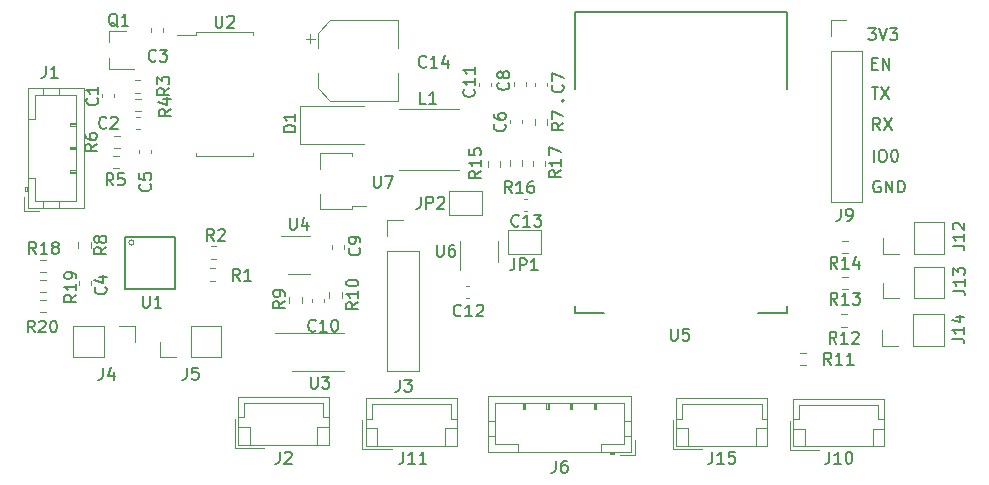
<source format=gbr>
%TF.GenerationSoftware,KiCad,Pcbnew,5.1.7-a382d34a8~87~ubuntu18.04.1*%
%TF.CreationDate,2021-06-03T09:48:45+05:30*%
%TF.ProjectId,Single_scale_v3_kicad,53696e67-6c65-45f7-9363-616c655f7633,rev?*%
%TF.SameCoordinates,Original*%
%TF.FileFunction,Legend,Top*%
%TF.FilePolarity,Positive*%
%FSLAX46Y46*%
G04 Gerber Fmt 4.6, Leading zero omitted, Abs format (unit mm)*
G04 Created by KiCad (PCBNEW 5.1.7-a382d34a8~87~ubuntu18.04.1) date 2021-06-03 09:48:45*
%MOMM*%
%LPD*%
G01*
G04 APERTURE LIST*
%ADD10C,0.150000*%
%ADD11C,0.120000*%
%ADD12C,0.127000*%
%ADD13C,0.100000*%
%ADD14C,0.200000*%
G04 APERTURE END LIST*
D10*
X152838095Y-78900000D02*
X152742857Y-78852380D01*
X152600000Y-78852380D01*
X152457142Y-78900000D01*
X152361904Y-78995238D01*
X152314285Y-79090476D01*
X152266666Y-79280952D01*
X152266666Y-79423809D01*
X152314285Y-79614285D01*
X152361904Y-79709523D01*
X152457142Y-79804761D01*
X152600000Y-79852380D01*
X152695238Y-79852380D01*
X152838095Y-79804761D01*
X152885714Y-79757142D01*
X152885714Y-79423809D01*
X152695238Y-79423809D01*
X153314285Y-79852380D02*
X153314285Y-78852380D01*
X153885714Y-79852380D01*
X153885714Y-78852380D01*
X154361904Y-79852380D02*
X154361904Y-78852380D01*
X154600000Y-78852380D01*
X154742857Y-78900000D01*
X154838095Y-78995238D01*
X154885714Y-79090476D01*
X154933333Y-79280952D01*
X154933333Y-79423809D01*
X154885714Y-79614285D01*
X154838095Y-79709523D01*
X154742857Y-79804761D01*
X154600000Y-79852380D01*
X154361904Y-79852380D01*
X152300000Y-77252380D02*
X152300000Y-76252380D01*
X152966666Y-76252380D02*
X153157142Y-76252380D01*
X153252380Y-76300000D01*
X153347619Y-76395238D01*
X153395238Y-76585714D01*
X153395238Y-76919047D01*
X153347619Y-77109523D01*
X153252380Y-77204761D01*
X153157142Y-77252380D01*
X152966666Y-77252380D01*
X152871428Y-77204761D01*
X152776190Y-77109523D01*
X152728571Y-76919047D01*
X152728571Y-76585714D01*
X152776190Y-76395238D01*
X152871428Y-76300000D01*
X152966666Y-76252380D01*
X154014285Y-76252380D02*
X154109523Y-76252380D01*
X154204761Y-76300000D01*
X154252380Y-76347619D01*
X154300000Y-76442857D01*
X154347619Y-76633333D01*
X154347619Y-76871428D01*
X154300000Y-77061904D01*
X154252380Y-77157142D01*
X154204761Y-77204761D01*
X154109523Y-77252380D01*
X154014285Y-77252380D01*
X153919047Y-77204761D01*
X153871428Y-77157142D01*
X153823809Y-77061904D01*
X153776190Y-76871428D01*
X153776190Y-76633333D01*
X153823809Y-76442857D01*
X153871428Y-76347619D01*
X153919047Y-76300000D01*
X154014285Y-76252380D01*
X152833333Y-74552380D02*
X152500000Y-74076190D01*
X152261904Y-74552380D02*
X152261904Y-73552380D01*
X152642857Y-73552380D01*
X152738095Y-73600000D01*
X152785714Y-73647619D01*
X152833333Y-73742857D01*
X152833333Y-73885714D01*
X152785714Y-73980952D01*
X152738095Y-74028571D01*
X152642857Y-74076190D01*
X152261904Y-74076190D01*
X153166666Y-73552380D02*
X153833333Y-74552380D01*
X153833333Y-73552380D02*
X153166666Y-74552380D01*
X152138095Y-70952380D02*
X152709523Y-70952380D01*
X152423809Y-71952380D02*
X152423809Y-70952380D01*
X152947619Y-70952380D02*
X153614285Y-71952380D01*
X153614285Y-70952380D02*
X152947619Y-71952380D01*
X152161904Y-68928571D02*
X152495238Y-68928571D01*
X152638095Y-69452380D02*
X152161904Y-69452380D01*
X152161904Y-68452380D01*
X152638095Y-68452380D01*
X153066666Y-69452380D02*
X153066666Y-68452380D01*
X153638095Y-69452380D01*
X153638095Y-68452380D01*
X151861904Y-65952380D02*
X152480952Y-65952380D01*
X152147619Y-66333333D01*
X152290476Y-66333333D01*
X152385714Y-66380952D01*
X152433333Y-66428571D01*
X152480952Y-66523809D01*
X152480952Y-66761904D01*
X152433333Y-66857142D01*
X152385714Y-66904761D01*
X152290476Y-66952380D01*
X152004761Y-66952380D01*
X151909523Y-66904761D01*
X151861904Y-66857142D01*
X152766666Y-65952380D02*
X153100000Y-66952380D01*
X153433333Y-65952380D01*
X153671428Y-65952380D02*
X154290476Y-65952380D01*
X153957142Y-66333333D01*
X154100000Y-66333333D01*
X154195238Y-66380952D01*
X154242857Y-66428571D01*
X154290476Y-66523809D01*
X154290476Y-66761904D01*
X154242857Y-66857142D01*
X154195238Y-66904761D01*
X154100000Y-66952380D01*
X153814285Y-66952380D01*
X153719047Y-66904761D01*
X153671428Y-66857142D01*
D11*
%TO.C,J15*%
X135290000Y-101610000D02*
X137790000Y-101610000D01*
X135290000Y-99110000D02*
X135290000Y-101610000D01*
X142310000Y-99810000D02*
X142310000Y-101310000D01*
X143310000Y-99810000D02*
X142310000Y-99810000D01*
X136590000Y-99810000D02*
X136590000Y-101310000D01*
X135590000Y-99810000D02*
X136590000Y-99810000D01*
X142810000Y-99000000D02*
X143310000Y-99000000D01*
X142810000Y-97790000D02*
X142810000Y-99000000D01*
X136090000Y-97790000D02*
X142810000Y-97790000D01*
X136090000Y-99000000D02*
X136090000Y-97790000D01*
X135590000Y-99000000D02*
X136090000Y-99000000D01*
X143310000Y-97290000D02*
X135590000Y-97290000D01*
X143310000Y-101310000D02*
X143310000Y-97290000D01*
X135590000Y-101310000D02*
X143310000Y-101310000D01*
X135590000Y-97290000D02*
X135590000Y-101310000D01*
%TO.C,J11*%
X108990000Y-101610000D02*
X111490000Y-101610000D01*
X108990000Y-99110000D02*
X108990000Y-101610000D01*
X116010000Y-99810000D02*
X116010000Y-101310000D01*
X117010000Y-99810000D02*
X116010000Y-99810000D01*
X110290000Y-99810000D02*
X110290000Y-101310000D01*
X109290000Y-99810000D02*
X110290000Y-99810000D01*
X116510000Y-99000000D02*
X117010000Y-99000000D01*
X116510000Y-97790000D02*
X116510000Y-99000000D01*
X109790000Y-97790000D02*
X116510000Y-97790000D01*
X109790000Y-99000000D02*
X109790000Y-97790000D01*
X109290000Y-99000000D02*
X109790000Y-99000000D01*
X117010000Y-97290000D02*
X109290000Y-97290000D01*
X117010000Y-101310000D02*
X117010000Y-97290000D01*
X109290000Y-101310000D02*
X117010000Y-101310000D01*
X109290000Y-97290000D02*
X109290000Y-101310000D01*
%TO.C,J10*%
X145190000Y-101670000D02*
X147690000Y-101670000D01*
X145190000Y-99170000D02*
X145190000Y-101670000D01*
X152210000Y-99870000D02*
X152210000Y-101370000D01*
X153210000Y-99870000D02*
X152210000Y-99870000D01*
X146490000Y-99870000D02*
X146490000Y-101370000D01*
X145490000Y-99870000D02*
X146490000Y-99870000D01*
X152710000Y-99060000D02*
X153210000Y-99060000D01*
X152710000Y-97850000D02*
X152710000Y-99060000D01*
X145990000Y-97850000D02*
X152710000Y-97850000D01*
X145990000Y-99060000D02*
X145990000Y-97850000D01*
X145490000Y-99060000D02*
X145990000Y-99060000D01*
X153210000Y-97350000D02*
X145490000Y-97350000D01*
X153210000Y-101370000D02*
X153210000Y-97350000D01*
X145490000Y-101370000D02*
X153210000Y-101370000D01*
X145490000Y-97350000D02*
X145490000Y-101370000D01*
%TO.C,J6*%
X132060000Y-102110000D02*
X132060000Y-100860000D01*
X130810000Y-102110000D02*
X132060000Y-102110000D01*
X122700000Y-97700000D02*
X122700000Y-98200000D01*
X122600000Y-98200000D02*
X122600000Y-97700000D01*
X122800000Y-98200000D02*
X122600000Y-98200000D01*
X122800000Y-97700000D02*
X122800000Y-98200000D01*
X124700000Y-97700000D02*
X124700000Y-98200000D01*
X124600000Y-98200000D02*
X124600000Y-97700000D01*
X124800000Y-98200000D02*
X124600000Y-98200000D01*
X124800000Y-97700000D02*
X124800000Y-98200000D01*
X126700000Y-97700000D02*
X126700000Y-98200000D01*
X126600000Y-98200000D02*
X126600000Y-97700000D01*
X126800000Y-98200000D02*
X126600000Y-98200000D01*
X126800000Y-97700000D02*
X126800000Y-98200000D01*
X128700000Y-97700000D02*
X128700000Y-98200000D01*
X128600000Y-98200000D02*
X128600000Y-97700000D01*
X128800000Y-98200000D02*
X128600000Y-98200000D01*
X128800000Y-97700000D02*
X128800000Y-98200000D01*
X119640000Y-99200000D02*
X120250000Y-99200000D01*
X119640000Y-100500000D02*
X120250000Y-100500000D01*
X131760000Y-99200000D02*
X131150000Y-99200000D01*
X131760000Y-100500000D02*
X131150000Y-100500000D01*
X122200000Y-101200000D02*
X122200000Y-101810000D01*
X120250000Y-101200000D02*
X122200000Y-101200000D01*
X120250000Y-97700000D02*
X120250000Y-101200000D01*
X131150000Y-97700000D02*
X120250000Y-97700000D01*
X131150000Y-101200000D02*
X131150000Y-97700000D01*
X129200000Y-101200000D02*
X131150000Y-101200000D01*
X129200000Y-101810000D02*
X129200000Y-101200000D01*
X130000000Y-101910000D02*
X130300000Y-101910000D01*
X130300000Y-102010000D02*
X130300000Y-101810000D01*
X130000000Y-102010000D02*
X130300000Y-102010000D01*
X130000000Y-101810000D02*
X130000000Y-102010000D01*
X119640000Y-101810000D02*
X131760000Y-101810000D01*
X119640000Y-97090000D02*
X119640000Y-101810000D01*
X131760000Y-97090000D02*
X119640000Y-97090000D01*
X131760000Y-101810000D02*
X131760000Y-97090000D01*
%TO.C,J2*%
X98190000Y-101510000D02*
X100690000Y-101510000D01*
X98190000Y-99010000D02*
X98190000Y-101510000D01*
X105210000Y-99710000D02*
X105210000Y-101210000D01*
X106210000Y-99710000D02*
X105210000Y-99710000D01*
X99490000Y-99710000D02*
X99490000Y-101210000D01*
X98490000Y-99710000D02*
X99490000Y-99710000D01*
X105710000Y-98900000D02*
X106210000Y-98900000D01*
X105710000Y-97690000D02*
X105710000Y-98900000D01*
X98990000Y-97690000D02*
X105710000Y-97690000D01*
X98990000Y-98900000D02*
X98990000Y-97690000D01*
X98490000Y-98900000D02*
X98990000Y-98900000D01*
X106210000Y-97190000D02*
X98490000Y-97190000D01*
X106210000Y-101210000D02*
X106210000Y-97190000D01*
X98490000Y-101210000D02*
X106210000Y-101210000D01*
X98490000Y-97190000D02*
X98490000Y-101210000D01*
%TO.C,J1*%
X80390000Y-81460000D02*
X81640000Y-81460000D01*
X80390000Y-80210000D02*
X80390000Y-81460000D01*
X84800000Y-74100000D02*
X84300000Y-74100000D01*
X84300000Y-74000000D02*
X84800000Y-74000000D01*
X84300000Y-74200000D02*
X84300000Y-74000000D01*
X84800000Y-74200000D02*
X84300000Y-74200000D01*
X84800000Y-76100000D02*
X84300000Y-76100000D01*
X84300000Y-76000000D02*
X84800000Y-76000000D01*
X84300000Y-76200000D02*
X84300000Y-76000000D01*
X84800000Y-76200000D02*
X84300000Y-76200000D01*
X84800000Y-78100000D02*
X84300000Y-78100000D01*
X84300000Y-78000000D02*
X84800000Y-78000000D01*
X84300000Y-78200000D02*
X84300000Y-78000000D01*
X84800000Y-78200000D02*
X84300000Y-78200000D01*
X83300000Y-71040000D02*
X83300000Y-71650000D01*
X82000000Y-71040000D02*
X82000000Y-71650000D01*
X83300000Y-81160000D02*
X83300000Y-80550000D01*
X82000000Y-81160000D02*
X82000000Y-80550000D01*
X81300000Y-73600000D02*
X80690000Y-73600000D01*
X81300000Y-71650000D02*
X81300000Y-73600000D01*
X84800000Y-71650000D02*
X81300000Y-71650000D01*
X84800000Y-80550000D02*
X84800000Y-71650000D01*
X81300000Y-80550000D02*
X84800000Y-80550000D01*
X81300000Y-78600000D02*
X81300000Y-80550000D01*
X80690000Y-78600000D02*
X81300000Y-78600000D01*
X80590000Y-79400000D02*
X80590000Y-79700000D01*
X80490000Y-79700000D02*
X80690000Y-79700000D01*
X80490000Y-79400000D02*
X80490000Y-79700000D01*
X80690000Y-79400000D02*
X80490000Y-79400000D01*
X80690000Y-71040000D02*
X80690000Y-81160000D01*
X85410000Y-71040000D02*
X80690000Y-71040000D01*
X85410000Y-81160000D02*
X85410000Y-71040000D01*
X80690000Y-81160000D02*
X85410000Y-81160000D01*
%TO.C,C1*%
X86990000Y-71509420D02*
X86990000Y-71790580D01*
X88010000Y-71509420D02*
X88010000Y-71790580D01*
%TO.C,C2*%
X89884420Y-73490000D02*
X90165580Y-73490000D01*
X89884420Y-74510000D02*
X90165580Y-74510000D01*
%TO.C,C3*%
X91090000Y-66240580D02*
X91090000Y-65959420D01*
X92110000Y-66240580D02*
X92110000Y-65959420D01*
%TO.C,C4*%
X84990000Y-87665580D02*
X84990000Y-87384420D01*
X86010000Y-87665580D02*
X86010000Y-87384420D01*
%TO.C,C5*%
X90140000Y-76259420D02*
X90140000Y-76540580D01*
X91160000Y-76259420D02*
X91160000Y-76540580D01*
%TO.C,C6*%
X121540000Y-73965580D02*
X121540000Y-73684420D01*
X122560000Y-73965580D02*
X122560000Y-73684420D01*
%TO.C,C7*%
X124660000Y-70840580D02*
X124660000Y-70559420D01*
X123640000Y-70840580D02*
X123640000Y-70559420D01*
%TO.C,C8*%
X121840000Y-70815580D02*
X121840000Y-70534420D01*
X122860000Y-70815580D02*
X122860000Y-70534420D01*
%TO.C,C9*%
X106440000Y-84615580D02*
X106440000Y-84334420D01*
X107460000Y-84615580D02*
X107460000Y-84334420D01*
%TO.C,C10*%
X104740000Y-88884420D02*
X104740000Y-89165580D01*
X105760000Y-88884420D02*
X105760000Y-89165580D01*
%TO.C,C11*%
X119910000Y-70865580D02*
X119910000Y-70584420D01*
X118890000Y-70865580D02*
X118890000Y-70584420D01*
%TO.C,C12*%
X117784420Y-88810000D02*
X118065580Y-88810000D01*
X117784420Y-87790000D02*
X118065580Y-87790000D01*
%TO.C,C13*%
X122684420Y-80440000D02*
X122965580Y-80440000D01*
X122684420Y-81460000D02*
X122965580Y-81460000D01*
%TO.C,C14*%
X112060000Y-72110000D02*
X112060000Y-69760000D01*
X112060000Y-65290000D02*
X112060000Y-67640000D01*
X106304437Y-65290000D02*
X112060000Y-65290000D01*
X106304437Y-72110000D02*
X112060000Y-72110000D01*
X105240000Y-71045563D02*
X105240000Y-69760000D01*
X105240000Y-66354437D02*
X105240000Y-67640000D01*
X105240000Y-66354437D02*
X106304437Y-65290000D01*
X105240000Y-71045563D02*
X106304437Y-72110000D01*
X104212500Y-66852500D02*
X105000000Y-66852500D01*
X104606250Y-66458750D02*
X104606250Y-67246250D01*
%TO.C,J3*%
X111120000Y-95010000D02*
X113780000Y-95010000D01*
X111120000Y-84790000D02*
X111120000Y-95010000D01*
X113780000Y-84790000D02*
X113780000Y-95010000D01*
X111120000Y-84790000D02*
X113780000Y-84790000D01*
X111120000Y-83520000D02*
X111120000Y-82190000D01*
X111120000Y-82190000D02*
X112450000Y-82190000D01*
%TO.C,J4*%
X84530000Y-91170000D02*
X84530000Y-93830000D01*
X87130000Y-91170000D02*
X84530000Y-91170000D01*
X87130000Y-93830000D02*
X84530000Y-93830000D01*
X87130000Y-91170000D02*
X87130000Y-93830000D01*
X88400000Y-91170000D02*
X89730000Y-91170000D01*
X89730000Y-91170000D02*
X89730000Y-92500000D01*
%TO.C,J5*%
X97070000Y-93830000D02*
X97070000Y-91170000D01*
X94470000Y-93830000D02*
X97070000Y-93830000D01*
X94470000Y-91170000D02*
X97070000Y-91170000D01*
X94470000Y-93830000D02*
X94470000Y-91170000D01*
X93200000Y-93830000D02*
X91870000Y-93830000D01*
X91870000Y-93830000D02*
X91870000Y-92500000D01*
%TO.C,J9*%
X148670000Y-80630000D02*
X151330000Y-80630000D01*
X148670000Y-67870000D02*
X148670000Y-80630000D01*
X151330000Y-67870000D02*
X151330000Y-80630000D01*
X148670000Y-67870000D02*
X151330000Y-67870000D01*
X148670000Y-66600000D02*
X148670000Y-65270000D01*
X148670000Y-65270000D02*
X150000000Y-65270000D01*
%TO.C,J12*%
X153102000Y-85030000D02*
X153102000Y-83700000D01*
X154432000Y-85030000D02*
X153102000Y-85030000D01*
X155702000Y-85030000D02*
X155702000Y-82370000D01*
X155702000Y-82370000D02*
X158302000Y-82370000D01*
X155702000Y-85030000D02*
X158302000Y-85030000D01*
X158302000Y-85030000D02*
X158302000Y-82370000D01*
%TO.C,J13*%
X158302000Y-88830000D02*
X158302000Y-86170000D01*
X155702000Y-88830000D02*
X158302000Y-88830000D01*
X155702000Y-86170000D02*
X158302000Y-86170000D01*
X155702000Y-88830000D02*
X155702000Y-86170000D01*
X154432000Y-88830000D02*
X153102000Y-88830000D01*
X153102000Y-88830000D02*
X153102000Y-87500000D01*
%TO.C,J14*%
X153030000Y-92830000D02*
X153030000Y-91500000D01*
X154360000Y-92830000D02*
X153030000Y-92830000D01*
X155630000Y-92830000D02*
X155630000Y-90170000D01*
X155630000Y-90170000D02*
X158230000Y-90170000D01*
X155630000Y-92830000D02*
X158230000Y-92830000D01*
X158230000Y-92830000D02*
X158230000Y-90170000D01*
%TO.C,JP1*%
X121350000Y-85050000D02*
X121350000Y-83050000D01*
X124150000Y-85050000D02*
X121350000Y-85050000D01*
X124150000Y-83050000D02*
X124150000Y-85050000D01*
X121350000Y-83050000D02*
X124150000Y-83050000D01*
%TO.C,JP2*%
X116350000Y-81750000D02*
X116350000Y-79750000D01*
X119150000Y-81750000D02*
X116350000Y-81750000D01*
X119150000Y-79750000D02*
X119150000Y-81750000D01*
X116350000Y-79750000D02*
X119150000Y-79750000D01*
%TO.C,R1*%
X96562258Y-87322500D02*
X96087742Y-87322500D01*
X96562258Y-86277500D02*
X96087742Y-86277500D01*
%TO.C,R2*%
X96187742Y-84427500D02*
X96662258Y-84427500D01*
X96187742Y-85472500D02*
X96662258Y-85472500D01*
%TO.C,R3*%
X89737742Y-70377500D02*
X90212258Y-70377500D01*
X89737742Y-71422500D02*
X90212258Y-71422500D01*
%TO.C,R4*%
X90262258Y-71927500D02*
X89787742Y-71927500D01*
X90262258Y-72972500D02*
X89787742Y-72972500D01*
%TO.C,R5*%
X87937742Y-76777500D02*
X88412258Y-76777500D01*
X87937742Y-77822500D02*
X88412258Y-77822500D01*
%TO.C,R6*%
X87987742Y-76122500D02*
X88462258Y-76122500D01*
X87987742Y-75077500D02*
X88462258Y-75077500D01*
%TO.C,R7*%
X124672500Y-73637742D02*
X124672500Y-74112258D01*
X123627500Y-73637742D02*
X123627500Y-74112258D01*
%TO.C,R8*%
X86022500Y-84562258D02*
X86022500Y-84087742D01*
X84977500Y-84562258D02*
X84977500Y-84087742D01*
%TO.C,R9*%
X103872500Y-89212258D02*
X103872500Y-88737742D01*
X102827500Y-89212258D02*
X102827500Y-88737742D01*
%TO.C,R10*%
X107272500Y-88312742D02*
X107272500Y-88787258D01*
X106227500Y-88312742D02*
X106227500Y-88787258D01*
%TO.C,R11*%
X146537258Y-93427500D02*
X146062742Y-93427500D01*
X146537258Y-94472500D02*
X146062742Y-94472500D01*
%TO.C,R12*%
X149562742Y-91222500D02*
X150037258Y-91222500D01*
X149562742Y-90177500D02*
X150037258Y-90177500D01*
%TO.C,R13*%
X149637742Y-88022500D02*
X150112258Y-88022500D01*
X149637742Y-86977500D02*
X150112258Y-86977500D01*
%TO.C,R14*%
X149637742Y-85022500D02*
X150112258Y-85022500D01*
X149637742Y-83977500D02*
X150112258Y-83977500D01*
%TO.C,R15*%
X119627500Y-77687258D02*
X119627500Y-77212742D01*
X120672500Y-77687258D02*
X120672500Y-77212742D01*
%TO.C,R16*%
X121527500Y-77137742D02*
X121527500Y-77612258D01*
X122572500Y-77137742D02*
X122572500Y-77612258D01*
%TO.C,R17*%
X124472500Y-77187742D02*
X124472500Y-77662258D01*
X123427500Y-77187742D02*
X123427500Y-77662258D01*
%TO.C,R18*%
X82212258Y-86622500D02*
X81737742Y-86622500D01*
X82212258Y-85577500D02*
X81737742Y-85577500D01*
%TO.C,R19*%
X81762742Y-88322500D02*
X82237258Y-88322500D01*
X81762742Y-87277500D02*
X82237258Y-87277500D01*
%TO.C,R20*%
X81737742Y-88977500D02*
X82212258Y-88977500D01*
X81737742Y-90022500D02*
X82212258Y-90022500D01*
D12*
%TO.C,U1*%
X88950000Y-83600000D02*
X88950000Y-88000000D01*
X88950000Y-88000000D02*
X93150000Y-88000000D01*
X93150000Y-88000000D02*
X93150000Y-83600000D01*
X93150000Y-83600000D02*
X88950000Y-83600000D01*
D13*
X89673606Y-84100000D02*
G75*
G03*
X89673606Y-84100000I-223606J0D01*
G01*
D11*
%TO.C,U2*%
X97350000Y-76810000D02*
X99735000Y-76810000D01*
X99735000Y-76810000D02*
X99735000Y-76555000D01*
X97350000Y-76810000D02*
X94965000Y-76810000D01*
X94965000Y-76810000D02*
X94965000Y-76555000D01*
X97350000Y-66290000D02*
X99735000Y-66290000D01*
X99735000Y-66290000D02*
X99735000Y-66545000D01*
X97350000Y-66290000D02*
X94965000Y-66290000D01*
X94965000Y-66290000D02*
X94965000Y-66545000D01*
X94965000Y-66545000D02*
X93300000Y-66545000D01*
%TO.C,U3*%
X105250000Y-94960000D02*
X107450000Y-94960000D01*
X105250000Y-94960000D02*
X103050000Y-94960000D01*
X105250000Y-91740000D02*
X107450000Y-91740000D01*
X105250000Y-91740000D02*
X101650000Y-91740000D01*
%TO.C,U4*%
X102750000Y-86760000D02*
X104550000Y-86760000D01*
X104550000Y-83540000D02*
X102100000Y-83540000D01*
%TO.C,U6*%
X120460000Y-85750000D02*
X120460000Y-83950000D01*
X117240000Y-83950000D02*
X117240000Y-86400000D01*
%TO.C,U7*%
X105440000Y-77850000D02*
X105440000Y-76540000D01*
X105440000Y-76540000D02*
X108160000Y-76540000D01*
X109300000Y-81030000D02*
X108160000Y-81030000D01*
X105440000Y-81260000D02*
X105440000Y-79950000D01*
X108160000Y-81260000D02*
X105440000Y-81260000D01*
X108160000Y-81260000D02*
X108160000Y-81030000D01*
X108160000Y-76540000D02*
X108160000Y-76770000D01*
D12*
%TO.C,U5*%
X145000000Y-64600000D02*
X145000000Y-71100000D01*
X127000000Y-64600000D02*
X145000000Y-64600000D01*
X127000000Y-71100000D02*
X127000000Y-64600000D01*
X145000000Y-90100000D02*
X145000000Y-89450000D01*
X142550000Y-90100000D02*
X145000000Y-90100000D01*
X127000000Y-90100000D02*
X129450000Y-90100000D01*
X127000000Y-89450000D02*
X127000000Y-90100000D01*
D14*
X126100000Y-72100000D02*
G75*
G03*
X126100000Y-72100000I-100000J0D01*
G01*
D11*
%TO.C,Q1*%
X87540000Y-66220000D02*
X89000000Y-66220000D01*
X87540000Y-69380000D02*
X89700000Y-69380000D01*
X87540000Y-69380000D02*
X87540000Y-68450000D01*
X87540000Y-66220000D02*
X87540000Y-67150000D01*
%TO.C,D1*%
X103750000Y-72500000D02*
X103750000Y-75800000D01*
X103750000Y-75800000D02*
X109150000Y-75800000D01*
X103750000Y-72500000D02*
X109150000Y-72500000D01*
%TO.C,L1*%
X117200000Y-78000000D02*
X112100000Y-78000000D01*
X117200000Y-72800000D02*
X112100000Y-72800000D01*
%TO.C,J15*%
D10*
X138636476Y-101814380D02*
X138636476Y-102528666D01*
X138588857Y-102671523D01*
X138493619Y-102766761D01*
X138350761Y-102814380D01*
X138255523Y-102814380D01*
X139636476Y-102814380D02*
X139065047Y-102814380D01*
X139350761Y-102814380D02*
X139350761Y-101814380D01*
X139255523Y-101957238D01*
X139160285Y-102052476D01*
X139065047Y-102100095D01*
X140541238Y-101814380D02*
X140065047Y-101814380D01*
X140017428Y-102290571D01*
X140065047Y-102242952D01*
X140160285Y-102195333D01*
X140398380Y-102195333D01*
X140493619Y-102242952D01*
X140541238Y-102290571D01*
X140588857Y-102385809D01*
X140588857Y-102623904D01*
X140541238Y-102719142D01*
X140493619Y-102766761D01*
X140398380Y-102814380D01*
X140160285Y-102814380D01*
X140065047Y-102766761D01*
X140017428Y-102719142D01*
%TO.C,J11*%
X112474476Y-101814380D02*
X112474476Y-102528666D01*
X112426857Y-102671523D01*
X112331619Y-102766761D01*
X112188761Y-102814380D01*
X112093523Y-102814380D01*
X113474476Y-102814380D02*
X112903047Y-102814380D01*
X113188761Y-102814380D02*
X113188761Y-101814380D01*
X113093523Y-101957238D01*
X112998285Y-102052476D01*
X112903047Y-102100095D01*
X114426857Y-102814380D02*
X113855428Y-102814380D01*
X114141142Y-102814380D02*
X114141142Y-101814380D01*
X114045904Y-101957238D01*
X113950666Y-102052476D01*
X113855428Y-102100095D01*
%TO.C,J10*%
X148542476Y-101820380D02*
X148542476Y-102534666D01*
X148494857Y-102677523D01*
X148399619Y-102772761D01*
X148256761Y-102820380D01*
X148161523Y-102820380D01*
X149542476Y-102820380D02*
X148971047Y-102820380D01*
X149256761Y-102820380D02*
X149256761Y-101820380D01*
X149161523Y-101963238D01*
X149066285Y-102058476D01*
X148971047Y-102106095D01*
X150161523Y-101820380D02*
X150256761Y-101820380D01*
X150352000Y-101868000D01*
X150399619Y-101915619D01*
X150447238Y-102010857D01*
X150494857Y-102201333D01*
X150494857Y-102439428D01*
X150447238Y-102629904D01*
X150399619Y-102725142D01*
X150352000Y-102772761D01*
X150256761Y-102820380D01*
X150161523Y-102820380D01*
X150066285Y-102772761D01*
X150018666Y-102725142D01*
X149971047Y-102629904D01*
X149923428Y-102439428D01*
X149923428Y-102201333D01*
X149971047Y-102010857D01*
X150018666Y-101915619D01*
X150066285Y-101868000D01*
X150161523Y-101820380D01*
%TO.C,J6*%
X125396666Y-102576380D02*
X125396666Y-103290666D01*
X125349047Y-103433523D01*
X125253809Y-103528761D01*
X125110952Y-103576380D01*
X125015714Y-103576380D01*
X126301428Y-102576380D02*
X126110952Y-102576380D01*
X126015714Y-102624000D01*
X125968095Y-102671619D01*
X125872857Y-102814476D01*
X125825238Y-103004952D01*
X125825238Y-103385904D01*
X125872857Y-103481142D01*
X125920476Y-103528761D01*
X126015714Y-103576380D01*
X126206190Y-103576380D01*
X126301428Y-103528761D01*
X126349047Y-103481142D01*
X126396666Y-103385904D01*
X126396666Y-103147809D01*
X126349047Y-103052571D01*
X126301428Y-103004952D01*
X126206190Y-102957333D01*
X126015714Y-102957333D01*
X125920476Y-103004952D01*
X125872857Y-103052571D01*
X125825238Y-103147809D01*
%TO.C,J2*%
X102028666Y-101814380D02*
X102028666Y-102528666D01*
X101981047Y-102671523D01*
X101885809Y-102766761D01*
X101742952Y-102814380D01*
X101647714Y-102814380D01*
X102457238Y-101909619D02*
X102504857Y-101862000D01*
X102600095Y-101814380D01*
X102838190Y-101814380D01*
X102933428Y-101862000D01*
X102981047Y-101909619D01*
X103028666Y-102004857D01*
X103028666Y-102100095D01*
X102981047Y-102242952D01*
X102409619Y-102814380D01*
X103028666Y-102814380D01*
%TO.C,J1*%
X82216666Y-69152380D02*
X82216666Y-69866666D01*
X82169047Y-70009523D01*
X82073809Y-70104761D01*
X81930952Y-70152380D01*
X81835714Y-70152380D01*
X83216666Y-70152380D02*
X82645238Y-70152380D01*
X82930952Y-70152380D02*
X82930952Y-69152380D01*
X82835714Y-69295238D01*
X82740476Y-69390476D01*
X82645238Y-69438095D01*
%TO.C,C1*%
X86557142Y-71866666D02*
X86604761Y-71914285D01*
X86652380Y-72057142D01*
X86652380Y-72152380D01*
X86604761Y-72295238D01*
X86509523Y-72390476D01*
X86414285Y-72438095D01*
X86223809Y-72485714D01*
X86080952Y-72485714D01*
X85890476Y-72438095D01*
X85795238Y-72390476D01*
X85700000Y-72295238D01*
X85652380Y-72152380D01*
X85652380Y-72057142D01*
X85700000Y-71914285D01*
X85747619Y-71866666D01*
X86652380Y-70914285D02*
X86652380Y-71485714D01*
X86652380Y-71200000D02*
X85652380Y-71200000D01*
X85795238Y-71295238D01*
X85890476Y-71390476D01*
X85938095Y-71485714D01*
%TO.C,C2*%
X87333333Y-74357142D02*
X87285714Y-74404761D01*
X87142857Y-74452380D01*
X87047619Y-74452380D01*
X86904761Y-74404761D01*
X86809523Y-74309523D01*
X86761904Y-74214285D01*
X86714285Y-74023809D01*
X86714285Y-73880952D01*
X86761904Y-73690476D01*
X86809523Y-73595238D01*
X86904761Y-73500000D01*
X87047619Y-73452380D01*
X87142857Y-73452380D01*
X87285714Y-73500000D01*
X87333333Y-73547619D01*
X87714285Y-73547619D02*
X87761904Y-73500000D01*
X87857142Y-73452380D01*
X88095238Y-73452380D01*
X88190476Y-73500000D01*
X88238095Y-73547619D01*
X88285714Y-73642857D01*
X88285714Y-73738095D01*
X88238095Y-73880952D01*
X87666666Y-74452380D01*
X88285714Y-74452380D01*
%TO.C,C3*%
X91527333Y-68683142D02*
X91479714Y-68730761D01*
X91336857Y-68778380D01*
X91241619Y-68778380D01*
X91098761Y-68730761D01*
X91003523Y-68635523D01*
X90955904Y-68540285D01*
X90908285Y-68349809D01*
X90908285Y-68206952D01*
X90955904Y-68016476D01*
X91003523Y-67921238D01*
X91098761Y-67826000D01*
X91241619Y-67778380D01*
X91336857Y-67778380D01*
X91479714Y-67826000D01*
X91527333Y-67873619D01*
X91860666Y-67778380D02*
X92479714Y-67778380D01*
X92146380Y-68159333D01*
X92289238Y-68159333D01*
X92384476Y-68206952D01*
X92432095Y-68254571D01*
X92479714Y-68349809D01*
X92479714Y-68587904D01*
X92432095Y-68683142D01*
X92384476Y-68730761D01*
X92289238Y-68778380D01*
X92003523Y-68778380D01*
X91908285Y-68730761D01*
X91860666Y-68683142D01*
%TO.C,C4*%
X87257142Y-87866666D02*
X87304761Y-87914285D01*
X87352380Y-88057142D01*
X87352380Y-88152380D01*
X87304761Y-88295238D01*
X87209523Y-88390476D01*
X87114285Y-88438095D01*
X86923809Y-88485714D01*
X86780952Y-88485714D01*
X86590476Y-88438095D01*
X86495238Y-88390476D01*
X86400000Y-88295238D01*
X86352380Y-88152380D01*
X86352380Y-88057142D01*
X86400000Y-87914285D01*
X86447619Y-87866666D01*
X86685714Y-87009523D02*
X87352380Y-87009523D01*
X86304761Y-87247619D02*
X87019047Y-87485714D01*
X87019047Y-86866666D01*
%TO.C,C5*%
X91035142Y-79160666D02*
X91082761Y-79208285D01*
X91130380Y-79351142D01*
X91130380Y-79446380D01*
X91082761Y-79589238D01*
X90987523Y-79684476D01*
X90892285Y-79732095D01*
X90701809Y-79779714D01*
X90558952Y-79779714D01*
X90368476Y-79732095D01*
X90273238Y-79684476D01*
X90178000Y-79589238D01*
X90130380Y-79446380D01*
X90130380Y-79351142D01*
X90178000Y-79208285D01*
X90225619Y-79160666D01*
X90130380Y-78255904D02*
X90130380Y-78732095D01*
X90606571Y-78779714D01*
X90558952Y-78732095D01*
X90511333Y-78636857D01*
X90511333Y-78398761D01*
X90558952Y-78303523D01*
X90606571Y-78255904D01*
X90701809Y-78208285D01*
X90939904Y-78208285D01*
X91035142Y-78255904D01*
X91082761Y-78303523D01*
X91130380Y-78398761D01*
X91130380Y-78636857D01*
X91082761Y-78732095D01*
X91035142Y-78779714D01*
%TO.C,C6*%
X121057142Y-74066666D02*
X121104761Y-74114285D01*
X121152380Y-74257142D01*
X121152380Y-74352380D01*
X121104761Y-74495238D01*
X121009523Y-74590476D01*
X120914285Y-74638095D01*
X120723809Y-74685714D01*
X120580952Y-74685714D01*
X120390476Y-74638095D01*
X120295238Y-74590476D01*
X120200000Y-74495238D01*
X120152380Y-74352380D01*
X120152380Y-74257142D01*
X120200000Y-74114285D01*
X120247619Y-74066666D01*
X120152380Y-73209523D02*
X120152380Y-73400000D01*
X120200000Y-73495238D01*
X120247619Y-73542857D01*
X120390476Y-73638095D01*
X120580952Y-73685714D01*
X120961904Y-73685714D01*
X121057142Y-73638095D01*
X121104761Y-73590476D01*
X121152380Y-73495238D01*
X121152380Y-73304761D01*
X121104761Y-73209523D01*
X121057142Y-73161904D01*
X120961904Y-73114285D01*
X120723809Y-73114285D01*
X120628571Y-73161904D01*
X120580952Y-73209523D01*
X120533333Y-73304761D01*
X120533333Y-73495238D01*
X120580952Y-73590476D01*
X120628571Y-73638095D01*
X120723809Y-73685714D01*
%TO.C,C7*%
X125957142Y-70766666D02*
X126004761Y-70814285D01*
X126052380Y-70957142D01*
X126052380Y-71052380D01*
X126004761Y-71195238D01*
X125909523Y-71290476D01*
X125814285Y-71338095D01*
X125623809Y-71385714D01*
X125480952Y-71385714D01*
X125290476Y-71338095D01*
X125195238Y-71290476D01*
X125100000Y-71195238D01*
X125052380Y-71052380D01*
X125052380Y-70957142D01*
X125100000Y-70814285D01*
X125147619Y-70766666D01*
X125052380Y-70433333D02*
X125052380Y-69766666D01*
X126052380Y-70195238D01*
%TO.C,C8*%
X121357142Y-70566666D02*
X121404761Y-70614285D01*
X121452380Y-70757142D01*
X121452380Y-70852380D01*
X121404761Y-70995238D01*
X121309523Y-71090476D01*
X121214285Y-71138095D01*
X121023809Y-71185714D01*
X120880952Y-71185714D01*
X120690476Y-71138095D01*
X120595238Y-71090476D01*
X120500000Y-70995238D01*
X120452380Y-70852380D01*
X120452380Y-70757142D01*
X120500000Y-70614285D01*
X120547619Y-70566666D01*
X120880952Y-69995238D02*
X120833333Y-70090476D01*
X120785714Y-70138095D01*
X120690476Y-70185714D01*
X120642857Y-70185714D01*
X120547619Y-70138095D01*
X120500000Y-70090476D01*
X120452380Y-69995238D01*
X120452380Y-69804761D01*
X120500000Y-69709523D01*
X120547619Y-69661904D01*
X120642857Y-69614285D01*
X120690476Y-69614285D01*
X120785714Y-69661904D01*
X120833333Y-69709523D01*
X120880952Y-69804761D01*
X120880952Y-69995238D01*
X120928571Y-70090476D01*
X120976190Y-70138095D01*
X121071428Y-70185714D01*
X121261904Y-70185714D01*
X121357142Y-70138095D01*
X121404761Y-70090476D01*
X121452380Y-69995238D01*
X121452380Y-69804761D01*
X121404761Y-69709523D01*
X121357142Y-69661904D01*
X121261904Y-69614285D01*
X121071428Y-69614285D01*
X120976190Y-69661904D01*
X120928571Y-69709523D01*
X120880952Y-69804761D01*
%TO.C,C9*%
X108757142Y-84566666D02*
X108804761Y-84614285D01*
X108852380Y-84757142D01*
X108852380Y-84852380D01*
X108804761Y-84995238D01*
X108709523Y-85090476D01*
X108614285Y-85138095D01*
X108423809Y-85185714D01*
X108280952Y-85185714D01*
X108090476Y-85138095D01*
X107995238Y-85090476D01*
X107900000Y-84995238D01*
X107852380Y-84852380D01*
X107852380Y-84757142D01*
X107900000Y-84614285D01*
X107947619Y-84566666D01*
X108852380Y-84090476D02*
X108852380Y-83900000D01*
X108804761Y-83804761D01*
X108757142Y-83757142D01*
X108614285Y-83661904D01*
X108423809Y-83614285D01*
X108042857Y-83614285D01*
X107947619Y-83661904D01*
X107900000Y-83709523D01*
X107852380Y-83804761D01*
X107852380Y-83995238D01*
X107900000Y-84090476D01*
X107947619Y-84138095D01*
X108042857Y-84185714D01*
X108280952Y-84185714D01*
X108376190Y-84138095D01*
X108423809Y-84090476D01*
X108471428Y-83995238D01*
X108471428Y-83804761D01*
X108423809Y-83709523D01*
X108376190Y-83661904D01*
X108280952Y-83614285D01*
%TO.C,C10*%
X105057142Y-91543142D02*
X105009523Y-91590761D01*
X104866666Y-91638380D01*
X104771428Y-91638380D01*
X104628571Y-91590761D01*
X104533333Y-91495523D01*
X104485714Y-91400285D01*
X104438095Y-91209809D01*
X104438095Y-91066952D01*
X104485714Y-90876476D01*
X104533333Y-90781238D01*
X104628571Y-90686000D01*
X104771428Y-90638380D01*
X104866666Y-90638380D01*
X105009523Y-90686000D01*
X105057142Y-90733619D01*
X106009523Y-91638380D02*
X105438095Y-91638380D01*
X105723809Y-91638380D02*
X105723809Y-90638380D01*
X105628571Y-90781238D01*
X105533333Y-90876476D01*
X105438095Y-90924095D01*
X106628571Y-90638380D02*
X106723809Y-90638380D01*
X106819047Y-90686000D01*
X106866666Y-90733619D01*
X106914285Y-90828857D01*
X106961904Y-91019333D01*
X106961904Y-91257428D01*
X106914285Y-91447904D01*
X106866666Y-91543142D01*
X106819047Y-91590761D01*
X106723809Y-91638380D01*
X106628571Y-91638380D01*
X106533333Y-91590761D01*
X106485714Y-91543142D01*
X106438095Y-91447904D01*
X106390476Y-91257428D01*
X106390476Y-91019333D01*
X106438095Y-90828857D01*
X106485714Y-90733619D01*
X106533333Y-90686000D01*
X106628571Y-90638380D01*
%TO.C,C11*%
X118457142Y-71142857D02*
X118504761Y-71190476D01*
X118552380Y-71333333D01*
X118552380Y-71428571D01*
X118504761Y-71571428D01*
X118409523Y-71666666D01*
X118314285Y-71714285D01*
X118123809Y-71761904D01*
X117980952Y-71761904D01*
X117790476Y-71714285D01*
X117695238Y-71666666D01*
X117600000Y-71571428D01*
X117552380Y-71428571D01*
X117552380Y-71333333D01*
X117600000Y-71190476D01*
X117647619Y-71142857D01*
X118552380Y-70190476D02*
X118552380Y-70761904D01*
X118552380Y-70476190D02*
X117552380Y-70476190D01*
X117695238Y-70571428D01*
X117790476Y-70666666D01*
X117838095Y-70761904D01*
X118552380Y-69238095D02*
X118552380Y-69809523D01*
X118552380Y-69523809D02*
X117552380Y-69523809D01*
X117695238Y-69619047D01*
X117790476Y-69714285D01*
X117838095Y-69809523D01*
%TO.C,C12*%
X117357142Y-90257142D02*
X117309523Y-90304761D01*
X117166666Y-90352380D01*
X117071428Y-90352380D01*
X116928571Y-90304761D01*
X116833333Y-90209523D01*
X116785714Y-90114285D01*
X116738095Y-89923809D01*
X116738095Y-89780952D01*
X116785714Y-89590476D01*
X116833333Y-89495238D01*
X116928571Y-89400000D01*
X117071428Y-89352380D01*
X117166666Y-89352380D01*
X117309523Y-89400000D01*
X117357142Y-89447619D01*
X118309523Y-90352380D02*
X117738095Y-90352380D01*
X118023809Y-90352380D02*
X118023809Y-89352380D01*
X117928571Y-89495238D01*
X117833333Y-89590476D01*
X117738095Y-89638095D01*
X118690476Y-89447619D02*
X118738095Y-89400000D01*
X118833333Y-89352380D01*
X119071428Y-89352380D01*
X119166666Y-89400000D01*
X119214285Y-89447619D01*
X119261904Y-89542857D01*
X119261904Y-89638095D01*
X119214285Y-89780952D01*
X118642857Y-90352380D01*
X119261904Y-90352380D01*
%TO.C,C13*%
X122257142Y-82657142D02*
X122209523Y-82704761D01*
X122066666Y-82752380D01*
X121971428Y-82752380D01*
X121828571Y-82704761D01*
X121733333Y-82609523D01*
X121685714Y-82514285D01*
X121638095Y-82323809D01*
X121638095Y-82180952D01*
X121685714Y-81990476D01*
X121733333Y-81895238D01*
X121828571Y-81800000D01*
X121971428Y-81752380D01*
X122066666Y-81752380D01*
X122209523Y-81800000D01*
X122257142Y-81847619D01*
X123209523Y-82752380D02*
X122638095Y-82752380D01*
X122923809Y-82752380D02*
X122923809Y-81752380D01*
X122828571Y-81895238D01*
X122733333Y-81990476D01*
X122638095Y-82038095D01*
X123542857Y-81752380D02*
X124161904Y-81752380D01*
X123828571Y-82133333D01*
X123971428Y-82133333D01*
X124066666Y-82180952D01*
X124114285Y-82228571D01*
X124161904Y-82323809D01*
X124161904Y-82561904D01*
X124114285Y-82657142D01*
X124066666Y-82704761D01*
X123971428Y-82752380D01*
X123685714Y-82752380D01*
X123590476Y-82704761D01*
X123542857Y-82657142D01*
%TO.C,C14*%
X114419142Y-69191142D02*
X114371523Y-69238761D01*
X114228666Y-69286380D01*
X114133428Y-69286380D01*
X113990571Y-69238761D01*
X113895333Y-69143523D01*
X113847714Y-69048285D01*
X113800095Y-68857809D01*
X113800095Y-68714952D01*
X113847714Y-68524476D01*
X113895333Y-68429238D01*
X113990571Y-68334000D01*
X114133428Y-68286380D01*
X114228666Y-68286380D01*
X114371523Y-68334000D01*
X114419142Y-68381619D01*
X115371523Y-69286380D02*
X114800095Y-69286380D01*
X115085809Y-69286380D02*
X115085809Y-68286380D01*
X114990571Y-68429238D01*
X114895333Y-68524476D01*
X114800095Y-68572095D01*
X116228666Y-68619714D02*
X116228666Y-69286380D01*
X115990571Y-68238761D02*
X115752476Y-68953047D01*
X116371523Y-68953047D01*
%TO.C,J3*%
X112188666Y-95718380D02*
X112188666Y-96432666D01*
X112141047Y-96575523D01*
X112045809Y-96670761D01*
X111902952Y-96718380D01*
X111807714Y-96718380D01*
X112569619Y-95718380D02*
X113188666Y-95718380D01*
X112855333Y-96099333D01*
X112998190Y-96099333D01*
X113093428Y-96146952D01*
X113141047Y-96194571D01*
X113188666Y-96289809D01*
X113188666Y-96527904D01*
X113141047Y-96623142D01*
X113093428Y-96670761D01*
X112998190Y-96718380D01*
X112712476Y-96718380D01*
X112617238Y-96670761D01*
X112569619Y-96623142D01*
%TO.C,J4*%
X87042666Y-94702380D02*
X87042666Y-95416666D01*
X86995047Y-95559523D01*
X86899809Y-95654761D01*
X86756952Y-95702380D01*
X86661714Y-95702380D01*
X87947428Y-95035714D02*
X87947428Y-95702380D01*
X87709333Y-94654761D02*
X87471238Y-95369047D01*
X88090285Y-95369047D01*
%TO.C,J5*%
X94154666Y-94702380D02*
X94154666Y-95416666D01*
X94107047Y-95559523D01*
X94011809Y-95654761D01*
X93868952Y-95702380D01*
X93773714Y-95702380D01*
X95107047Y-94702380D02*
X94630857Y-94702380D01*
X94583238Y-95178571D01*
X94630857Y-95130952D01*
X94726095Y-95083333D01*
X94964190Y-95083333D01*
X95059428Y-95130952D01*
X95107047Y-95178571D01*
X95154666Y-95273809D01*
X95154666Y-95511904D01*
X95107047Y-95607142D01*
X95059428Y-95654761D01*
X94964190Y-95702380D01*
X94726095Y-95702380D01*
X94630857Y-95654761D01*
X94583238Y-95607142D01*
%TO.C,J9*%
X149526666Y-81240380D02*
X149526666Y-81954666D01*
X149479047Y-82097523D01*
X149383809Y-82192761D01*
X149240952Y-82240380D01*
X149145714Y-82240380D01*
X150050476Y-82240380D02*
X150240952Y-82240380D01*
X150336190Y-82192761D01*
X150383809Y-82145142D01*
X150479047Y-82002285D01*
X150526666Y-81811809D01*
X150526666Y-81430857D01*
X150479047Y-81335619D01*
X150431428Y-81288000D01*
X150336190Y-81240380D01*
X150145714Y-81240380D01*
X150050476Y-81288000D01*
X150002857Y-81335619D01*
X149955238Y-81430857D01*
X149955238Y-81668952D01*
X150002857Y-81764190D01*
X150050476Y-81811809D01*
X150145714Y-81859428D01*
X150336190Y-81859428D01*
X150431428Y-81811809D01*
X150479047Y-81764190D01*
X150526666Y-81668952D01*
%TO.C,J12*%
X158982380Y-84375523D02*
X159696666Y-84375523D01*
X159839523Y-84423142D01*
X159934761Y-84518380D01*
X159982380Y-84661238D01*
X159982380Y-84756476D01*
X159982380Y-83375523D02*
X159982380Y-83946952D01*
X159982380Y-83661238D02*
X158982380Y-83661238D01*
X159125238Y-83756476D01*
X159220476Y-83851714D01*
X159268095Y-83946952D01*
X159077619Y-82994571D02*
X159030000Y-82946952D01*
X158982380Y-82851714D01*
X158982380Y-82613619D01*
X159030000Y-82518380D01*
X159077619Y-82470761D01*
X159172857Y-82423142D01*
X159268095Y-82423142D01*
X159410952Y-82470761D01*
X159982380Y-83042190D01*
X159982380Y-82423142D01*
%TO.C,J13*%
X159024380Y-88185523D02*
X159738666Y-88185523D01*
X159881523Y-88233142D01*
X159976761Y-88328380D01*
X160024380Y-88471238D01*
X160024380Y-88566476D01*
X160024380Y-87185523D02*
X160024380Y-87756952D01*
X160024380Y-87471238D02*
X159024380Y-87471238D01*
X159167238Y-87566476D01*
X159262476Y-87661714D01*
X159310095Y-87756952D01*
X159024380Y-86852190D02*
X159024380Y-86233142D01*
X159405333Y-86566476D01*
X159405333Y-86423619D01*
X159452952Y-86328380D01*
X159500571Y-86280761D01*
X159595809Y-86233142D01*
X159833904Y-86233142D01*
X159929142Y-86280761D01*
X159976761Y-86328380D01*
X160024380Y-86423619D01*
X160024380Y-86709333D01*
X159976761Y-86804571D01*
X159929142Y-86852190D01*
%TO.C,J14*%
X158964380Y-92249523D02*
X159678666Y-92249523D01*
X159821523Y-92297142D01*
X159916761Y-92392380D01*
X159964380Y-92535238D01*
X159964380Y-92630476D01*
X159964380Y-91249523D02*
X159964380Y-91820952D01*
X159964380Y-91535238D02*
X158964380Y-91535238D01*
X159107238Y-91630476D01*
X159202476Y-91725714D01*
X159250095Y-91820952D01*
X159297714Y-90392380D02*
X159964380Y-90392380D01*
X158916761Y-90630476D02*
X159631047Y-90868571D01*
X159631047Y-90249523D01*
%TO.C,JP1*%
X121866666Y-85452380D02*
X121866666Y-86166666D01*
X121819047Y-86309523D01*
X121723809Y-86404761D01*
X121580952Y-86452380D01*
X121485714Y-86452380D01*
X122342857Y-86452380D02*
X122342857Y-85452380D01*
X122723809Y-85452380D01*
X122819047Y-85500000D01*
X122866666Y-85547619D01*
X122914285Y-85642857D01*
X122914285Y-85785714D01*
X122866666Y-85880952D01*
X122819047Y-85928571D01*
X122723809Y-85976190D01*
X122342857Y-85976190D01*
X123866666Y-86452380D02*
X123295238Y-86452380D01*
X123580952Y-86452380D02*
X123580952Y-85452380D01*
X123485714Y-85595238D01*
X123390476Y-85690476D01*
X123295238Y-85738095D01*
%TO.C,JP2*%
X113966666Y-80224380D02*
X113966666Y-80938666D01*
X113919047Y-81081523D01*
X113823809Y-81176761D01*
X113680952Y-81224380D01*
X113585714Y-81224380D01*
X114442857Y-81224380D02*
X114442857Y-80224380D01*
X114823809Y-80224380D01*
X114919047Y-80272000D01*
X114966666Y-80319619D01*
X115014285Y-80414857D01*
X115014285Y-80557714D01*
X114966666Y-80652952D01*
X114919047Y-80700571D01*
X114823809Y-80748190D01*
X114442857Y-80748190D01*
X115395238Y-80319619D02*
X115442857Y-80272000D01*
X115538095Y-80224380D01*
X115776190Y-80224380D01*
X115871428Y-80272000D01*
X115919047Y-80319619D01*
X115966666Y-80414857D01*
X115966666Y-80510095D01*
X115919047Y-80652952D01*
X115347619Y-81224380D01*
X115966666Y-81224380D01*
%TO.C,R1*%
X98639333Y-87320380D02*
X98306000Y-86844190D01*
X98067904Y-87320380D02*
X98067904Y-86320380D01*
X98448857Y-86320380D01*
X98544095Y-86368000D01*
X98591714Y-86415619D01*
X98639333Y-86510857D01*
X98639333Y-86653714D01*
X98591714Y-86748952D01*
X98544095Y-86796571D01*
X98448857Y-86844190D01*
X98067904Y-86844190D01*
X99591714Y-87320380D02*
X99020285Y-87320380D01*
X99306000Y-87320380D02*
X99306000Y-86320380D01*
X99210761Y-86463238D01*
X99115523Y-86558476D01*
X99020285Y-86606095D01*
%TO.C,R2*%
X96433333Y-83952380D02*
X96100000Y-83476190D01*
X95861904Y-83952380D02*
X95861904Y-82952380D01*
X96242857Y-82952380D01*
X96338095Y-83000000D01*
X96385714Y-83047619D01*
X96433333Y-83142857D01*
X96433333Y-83285714D01*
X96385714Y-83380952D01*
X96338095Y-83428571D01*
X96242857Y-83476190D01*
X95861904Y-83476190D01*
X96814285Y-83047619D02*
X96861904Y-83000000D01*
X96957142Y-82952380D01*
X97195238Y-82952380D01*
X97290476Y-83000000D01*
X97338095Y-83047619D01*
X97385714Y-83142857D01*
X97385714Y-83238095D01*
X97338095Y-83380952D01*
X96766666Y-83952380D01*
X97385714Y-83952380D01*
%TO.C,R3*%
X92654380Y-71032666D02*
X92178190Y-71366000D01*
X92654380Y-71604095D02*
X91654380Y-71604095D01*
X91654380Y-71223142D01*
X91702000Y-71127904D01*
X91749619Y-71080285D01*
X91844857Y-71032666D01*
X91987714Y-71032666D01*
X92082952Y-71080285D01*
X92130571Y-71127904D01*
X92178190Y-71223142D01*
X92178190Y-71604095D01*
X91654380Y-70699333D02*
X91654380Y-70080285D01*
X92035333Y-70413619D01*
X92035333Y-70270761D01*
X92082952Y-70175523D01*
X92130571Y-70127904D01*
X92225809Y-70080285D01*
X92463904Y-70080285D01*
X92559142Y-70127904D01*
X92606761Y-70175523D01*
X92654380Y-70270761D01*
X92654380Y-70556476D01*
X92606761Y-70651714D01*
X92559142Y-70699333D01*
%TO.C,R4*%
X92802380Y-72810666D02*
X92326190Y-73144000D01*
X92802380Y-73382095D02*
X91802380Y-73382095D01*
X91802380Y-73001142D01*
X91850000Y-72905904D01*
X91897619Y-72858285D01*
X91992857Y-72810666D01*
X92135714Y-72810666D01*
X92230952Y-72858285D01*
X92278571Y-72905904D01*
X92326190Y-73001142D01*
X92326190Y-73382095D01*
X92135714Y-71953523D02*
X92802380Y-71953523D01*
X91754761Y-72191619D02*
X92469047Y-72429714D01*
X92469047Y-71810666D01*
%TO.C,R5*%
X87933333Y-79252380D02*
X87600000Y-78776190D01*
X87361904Y-79252380D02*
X87361904Y-78252380D01*
X87742857Y-78252380D01*
X87838095Y-78300000D01*
X87885714Y-78347619D01*
X87933333Y-78442857D01*
X87933333Y-78585714D01*
X87885714Y-78680952D01*
X87838095Y-78728571D01*
X87742857Y-78776190D01*
X87361904Y-78776190D01*
X88838095Y-78252380D02*
X88361904Y-78252380D01*
X88314285Y-78728571D01*
X88361904Y-78680952D01*
X88457142Y-78633333D01*
X88695238Y-78633333D01*
X88790476Y-78680952D01*
X88838095Y-78728571D01*
X88885714Y-78823809D01*
X88885714Y-79061904D01*
X88838095Y-79157142D01*
X88790476Y-79204761D01*
X88695238Y-79252380D01*
X88457142Y-79252380D01*
X88361904Y-79204761D01*
X88314285Y-79157142D01*
%TO.C,R6*%
X86552380Y-75766666D02*
X86076190Y-76100000D01*
X86552380Y-76338095D02*
X85552380Y-76338095D01*
X85552380Y-75957142D01*
X85600000Y-75861904D01*
X85647619Y-75814285D01*
X85742857Y-75766666D01*
X85885714Y-75766666D01*
X85980952Y-75814285D01*
X86028571Y-75861904D01*
X86076190Y-75957142D01*
X86076190Y-76338095D01*
X85552380Y-74909523D02*
X85552380Y-75100000D01*
X85600000Y-75195238D01*
X85647619Y-75242857D01*
X85790476Y-75338095D01*
X85980952Y-75385714D01*
X86361904Y-75385714D01*
X86457142Y-75338095D01*
X86504761Y-75290476D01*
X86552380Y-75195238D01*
X86552380Y-75004761D01*
X86504761Y-74909523D01*
X86457142Y-74861904D01*
X86361904Y-74814285D01*
X86123809Y-74814285D01*
X86028571Y-74861904D01*
X85980952Y-74909523D01*
X85933333Y-75004761D01*
X85933333Y-75195238D01*
X85980952Y-75290476D01*
X86028571Y-75338095D01*
X86123809Y-75385714D01*
%TO.C,R7*%
X126032380Y-73966666D02*
X125556190Y-74300000D01*
X126032380Y-74538095D02*
X125032380Y-74538095D01*
X125032380Y-74157142D01*
X125080000Y-74061904D01*
X125127619Y-74014285D01*
X125222857Y-73966666D01*
X125365714Y-73966666D01*
X125460952Y-74014285D01*
X125508571Y-74061904D01*
X125556190Y-74157142D01*
X125556190Y-74538095D01*
X125032380Y-73633333D02*
X125032380Y-72966666D01*
X126032380Y-73395238D01*
%TO.C,R8*%
X87320380Y-84494666D02*
X86844190Y-84828000D01*
X87320380Y-85066095D02*
X86320380Y-85066095D01*
X86320380Y-84685142D01*
X86368000Y-84589904D01*
X86415619Y-84542285D01*
X86510857Y-84494666D01*
X86653714Y-84494666D01*
X86748952Y-84542285D01*
X86796571Y-84589904D01*
X86844190Y-84685142D01*
X86844190Y-85066095D01*
X86748952Y-83923238D02*
X86701333Y-84018476D01*
X86653714Y-84066095D01*
X86558476Y-84113714D01*
X86510857Y-84113714D01*
X86415619Y-84066095D01*
X86368000Y-84018476D01*
X86320380Y-83923238D01*
X86320380Y-83732761D01*
X86368000Y-83637523D01*
X86415619Y-83589904D01*
X86510857Y-83542285D01*
X86558476Y-83542285D01*
X86653714Y-83589904D01*
X86701333Y-83637523D01*
X86748952Y-83732761D01*
X86748952Y-83923238D01*
X86796571Y-84018476D01*
X86844190Y-84066095D01*
X86939428Y-84113714D01*
X87129904Y-84113714D01*
X87225142Y-84066095D01*
X87272761Y-84018476D01*
X87320380Y-83923238D01*
X87320380Y-83732761D01*
X87272761Y-83637523D01*
X87225142Y-83589904D01*
X87129904Y-83542285D01*
X86939428Y-83542285D01*
X86844190Y-83589904D01*
X86796571Y-83637523D01*
X86748952Y-83732761D01*
%TO.C,R9*%
X102452380Y-89066666D02*
X101976190Y-89400000D01*
X102452380Y-89638095D02*
X101452380Y-89638095D01*
X101452380Y-89257142D01*
X101500000Y-89161904D01*
X101547619Y-89114285D01*
X101642857Y-89066666D01*
X101785714Y-89066666D01*
X101880952Y-89114285D01*
X101928571Y-89161904D01*
X101976190Y-89257142D01*
X101976190Y-89638095D01*
X102452380Y-88590476D02*
X102452380Y-88400000D01*
X102404761Y-88304761D01*
X102357142Y-88257142D01*
X102214285Y-88161904D01*
X102023809Y-88114285D01*
X101642857Y-88114285D01*
X101547619Y-88161904D01*
X101500000Y-88209523D01*
X101452380Y-88304761D01*
X101452380Y-88495238D01*
X101500000Y-88590476D01*
X101547619Y-88638095D01*
X101642857Y-88685714D01*
X101880952Y-88685714D01*
X101976190Y-88638095D01*
X102023809Y-88590476D01*
X102071428Y-88495238D01*
X102071428Y-88304761D01*
X102023809Y-88209523D01*
X101976190Y-88161904D01*
X101880952Y-88114285D01*
%TO.C,R10*%
X108652380Y-89142857D02*
X108176190Y-89476190D01*
X108652380Y-89714285D02*
X107652380Y-89714285D01*
X107652380Y-89333333D01*
X107700000Y-89238095D01*
X107747619Y-89190476D01*
X107842857Y-89142857D01*
X107985714Y-89142857D01*
X108080952Y-89190476D01*
X108128571Y-89238095D01*
X108176190Y-89333333D01*
X108176190Y-89714285D01*
X108652380Y-88190476D02*
X108652380Y-88761904D01*
X108652380Y-88476190D02*
X107652380Y-88476190D01*
X107795238Y-88571428D01*
X107890476Y-88666666D01*
X107938095Y-88761904D01*
X107652380Y-87571428D02*
X107652380Y-87476190D01*
X107700000Y-87380952D01*
X107747619Y-87333333D01*
X107842857Y-87285714D01*
X108033333Y-87238095D01*
X108271428Y-87238095D01*
X108461904Y-87285714D01*
X108557142Y-87333333D01*
X108604761Y-87380952D01*
X108652380Y-87476190D01*
X108652380Y-87571428D01*
X108604761Y-87666666D01*
X108557142Y-87714285D01*
X108461904Y-87761904D01*
X108271428Y-87809523D01*
X108033333Y-87809523D01*
X107842857Y-87761904D01*
X107747619Y-87714285D01*
X107700000Y-87666666D01*
X107652380Y-87571428D01*
%TO.C,R11*%
X148709142Y-94432380D02*
X148375809Y-93956190D01*
X148137714Y-94432380D02*
X148137714Y-93432380D01*
X148518666Y-93432380D01*
X148613904Y-93480000D01*
X148661523Y-93527619D01*
X148709142Y-93622857D01*
X148709142Y-93765714D01*
X148661523Y-93860952D01*
X148613904Y-93908571D01*
X148518666Y-93956190D01*
X148137714Y-93956190D01*
X149661523Y-94432380D02*
X149090095Y-94432380D01*
X149375809Y-94432380D02*
X149375809Y-93432380D01*
X149280571Y-93575238D01*
X149185333Y-93670476D01*
X149090095Y-93718095D01*
X150613904Y-94432380D02*
X150042476Y-94432380D01*
X150328190Y-94432380D02*
X150328190Y-93432380D01*
X150232952Y-93575238D01*
X150137714Y-93670476D01*
X150042476Y-93718095D01*
%TO.C,R12*%
X149157142Y-92654380D02*
X148823809Y-92178190D01*
X148585714Y-92654380D02*
X148585714Y-91654380D01*
X148966666Y-91654380D01*
X149061904Y-91702000D01*
X149109523Y-91749619D01*
X149157142Y-91844857D01*
X149157142Y-91987714D01*
X149109523Y-92082952D01*
X149061904Y-92130571D01*
X148966666Y-92178190D01*
X148585714Y-92178190D01*
X150109523Y-92654380D02*
X149538095Y-92654380D01*
X149823809Y-92654380D02*
X149823809Y-91654380D01*
X149728571Y-91797238D01*
X149633333Y-91892476D01*
X149538095Y-91940095D01*
X150490476Y-91749619D02*
X150538095Y-91702000D01*
X150633333Y-91654380D01*
X150871428Y-91654380D01*
X150966666Y-91702000D01*
X151014285Y-91749619D01*
X151061904Y-91844857D01*
X151061904Y-91940095D01*
X151014285Y-92082952D01*
X150442857Y-92654380D01*
X151061904Y-92654380D01*
%TO.C,R13*%
X149232142Y-89352380D02*
X148898809Y-88876190D01*
X148660714Y-89352380D02*
X148660714Y-88352380D01*
X149041666Y-88352380D01*
X149136904Y-88400000D01*
X149184523Y-88447619D01*
X149232142Y-88542857D01*
X149232142Y-88685714D01*
X149184523Y-88780952D01*
X149136904Y-88828571D01*
X149041666Y-88876190D01*
X148660714Y-88876190D01*
X150184523Y-89352380D02*
X149613095Y-89352380D01*
X149898809Y-89352380D02*
X149898809Y-88352380D01*
X149803571Y-88495238D01*
X149708333Y-88590476D01*
X149613095Y-88638095D01*
X150517857Y-88352380D02*
X151136904Y-88352380D01*
X150803571Y-88733333D01*
X150946428Y-88733333D01*
X151041666Y-88780952D01*
X151089285Y-88828571D01*
X151136904Y-88923809D01*
X151136904Y-89161904D01*
X151089285Y-89257142D01*
X151041666Y-89304761D01*
X150946428Y-89352380D01*
X150660714Y-89352380D01*
X150565476Y-89304761D01*
X150517857Y-89257142D01*
%TO.C,R14*%
X149232142Y-86304380D02*
X148898809Y-85828190D01*
X148660714Y-86304380D02*
X148660714Y-85304380D01*
X149041666Y-85304380D01*
X149136904Y-85352000D01*
X149184523Y-85399619D01*
X149232142Y-85494857D01*
X149232142Y-85637714D01*
X149184523Y-85732952D01*
X149136904Y-85780571D01*
X149041666Y-85828190D01*
X148660714Y-85828190D01*
X150184523Y-86304380D02*
X149613095Y-86304380D01*
X149898809Y-86304380D02*
X149898809Y-85304380D01*
X149803571Y-85447238D01*
X149708333Y-85542476D01*
X149613095Y-85590095D01*
X151041666Y-85637714D02*
X151041666Y-86304380D01*
X150803571Y-85256761D02*
X150565476Y-85971047D01*
X151184523Y-85971047D01*
%TO.C,R15*%
X119052380Y-78042857D02*
X118576190Y-78376190D01*
X119052380Y-78614285D02*
X118052380Y-78614285D01*
X118052380Y-78233333D01*
X118100000Y-78138095D01*
X118147619Y-78090476D01*
X118242857Y-78042857D01*
X118385714Y-78042857D01*
X118480952Y-78090476D01*
X118528571Y-78138095D01*
X118576190Y-78233333D01*
X118576190Y-78614285D01*
X119052380Y-77090476D02*
X119052380Y-77661904D01*
X119052380Y-77376190D02*
X118052380Y-77376190D01*
X118195238Y-77471428D01*
X118290476Y-77566666D01*
X118338095Y-77661904D01*
X118052380Y-76185714D02*
X118052380Y-76661904D01*
X118528571Y-76709523D01*
X118480952Y-76661904D01*
X118433333Y-76566666D01*
X118433333Y-76328571D01*
X118480952Y-76233333D01*
X118528571Y-76185714D01*
X118623809Y-76138095D01*
X118861904Y-76138095D01*
X118957142Y-76185714D01*
X119004761Y-76233333D01*
X119052380Y-76328571D01*
X119052380Y-76566666D01*
X119004761Y-76661904D01*
X118957142Y-76709523D01*
%TO.C,R16*%
X121657142Y-79902380D02*
X121323809Y-79426190D01*
X121085714Y-79902380D02*
X121085714Y-78902380D01*
X121466666Y-78902380D01*
X121561904Y-78950000D01*
X121609523Y-78997619D01*
X121657142Y-79092857D01*
X121657142Y-79235714D01*
X121609523Y-79330952D01*
X121561904Y-79378571D01*
X121466666Y-79426190D01*
X121085714Y-79426190D01*
X122609523Y-79902380D02*
X122038095Y-79902380D01*
X122323809Y-79902380D02*
X122323809Y-78902380D01*
X122228571Y-79045238D01*
X122133333Y-79140476D01*
X122038095Y-79188095D01*
X123466666Y-78902380D02*
X123276190Y-78902380D01*
X123180952Y-78950000D01*
X123133333Y-78997619D01*
X123038095Y-79140476D01*
X122990476Y-79330952D01*
X122990476Y-79711904D01*
X123038095Y-79807142D01*
X123085714Y-79854761D01*
X123180952Y-79902380D01*
X123371428Y-79902380D01*
X123466666Y-79854761D01*
X123514285Y-79807142D01*
X123561904Y-79711904D01*
X123561904Y-79473809D01*
X123514285Y-79378571D01*
X123466666Y-79330952D01*
X123371428Y-79283333D01*
X123180952Y-79283333D01*
X123085714Y-79330952D01*
X123038095Y-79378571D01*
X122990476Y-79473809D01*
%TO.C,R17*%
X125802380Y-77992857D02*
X125326190Y-78326190D01*
X125802380Y-78564285D02*
X124802380Y-78564285D01*
X124802380Y-78183333D01*
X124850000Y-78088095D01*
X124897619Y-78040476D01*
X124992857Y-77992857D01*
X125135714Y-77992857D01*
X125230952Y-78040476D01*
X125278571Y-78088095D01*
X125326190Y-78183333D01*
X125326190Y-78564285D01*
X125802380Y-77040476D02*
X125802380Y-77611904D01*
X125802380Y-77326190D02*
X124802380Y-77326190D01*
X124945238Y-77421428D01*
X125040476Y-77516666D01*
X125088095Y-77611904D01*
X124802380Y-76707142D02*
X124802380Y-76040476D01*
X125802380Y-76469047D01*
%TO.C,R18*%
X81399142Y-85052380D02*
X81065809Y-84576190D01*
X80827714Y-85052380D02*
X80827714Y-84052380D01*
X81208666Y-84052380D01*
X81303904Y-84100000D01*
X81351523Y-84147619D01*
X81399142Y-84242857D01*
X81399142Y-84385714D01*
X81351523Y-84480952D01*
X81303904Y-84528571D01*
X81208666Y-84576190D01*
X80827714Y-84576190D01*
X82351523Y-85052380D02*
X81780095Y-85052380D01*
X82065809Y-85052380D02*
X82065809Y-84052380D01*
X81970571Y-84195238D01*
X81875333Y-84290476D01*
X81780095Y-84338095D01*
X82922952Y-84480952D02*
X82827714Y-84433333D01*
X82780095Y-84385714D01*
X82732476Y-84290476D01*
X82732476Y-84242857D01*
X82780095Y-84147619D01*
X82827714Y-84100000D01*
X82922952Y-84052380D01*
X83113428Y-84052380D01*
X83208666Y-84100000D01*
X83256285Y-84147619D01*
X83303904Y-84242857D01*
X83303904Y-84290476D01*
X83256285Y-84385714D01*
X83208666Y-84433333D01*
X83113428Y-84480952D01*
X82922952Y-84480952D01*
X82827714Y-84528571D01*
X82780095Y-84576190D01*
X82732476Y-84671428D01*
X82732476Y-84861904D01*
X82780095Y-84957142D01*
X82827714Y-85004761D01*
X82922952Y-85052380D01*
X83113428Y-85052380D01*
X83208666Y-85004761D01*
X83256285Y-84957142D01*
X83303904Y-84861904D01*
X83303904Y-84671428D01*
X83256285Y-84576190D01*
X83208666Y-84528571D01*
X83113428Y-84480952D01*
%TO.C,R19*%
X84780380Y-88526857D02*
X84304190Y-88860190D01*
X84780380Y-89098285D02*
X83780380Y-89098285D01*
X83780380Y-88717333D01*
X83828000Y-88622095D01*
X83875619Y-88574476D01*
X83970857Y-88526857D01*
X84113714Y-88526857D01*
X84208952Y-88574476D01*
X84256571Y-88622095D01*
X84304190Y-88717333D01*
X84304190Y-89098285D01*
X84780380Y-87574476D02*
X84780380Y-88145904D01*
X84780380Y-87860190D02*
X83780380Y-87860190D01*
X83923238Y-87955428D01*
X84018476Y-88050666D01*
X84066095Y-88145904D01*
X84780380Y-87098285D02*
X84780380Y-86907809D01*
X84732761Y-86812571D01*
X84685142Y-86764952D01*
X84542285Y-86669714D01*
X84351809Y-86622095D01*
X83970857Y-86622095D01*
X83875619Y-86669714D01*
X83828000Y-86717333D01*
X83780380Y-86812571D01*
X83780380Y-87003047D01*
X83828000Y-87098285D01*
X83875619Y-87145904D01*
X83970857Y-87193523D01*
X84208952Y-87193523D01*
X84304190Y-87145904D01*
X84351809Y-87098285D01*
X84399428Y-87003047D01*
X84399428Y-86812571D01*
X84351809Y-86717333D01*
X84304190Y-86669714D01*
X84208952Y-86622095D01*
%TO.C,R20*%
X81257142Y-91702380D02*
X80923809Y-91226190D01*
X80685714Y-91702380D02*
X80685714Y-90702380D01*
X81066666Y-90702380D01*
X81161904Y-90750000D01*
X81209523Y-90797619D01*
X81257142Y-90892857D01*
X81257142Y-91035714D01*
X81209523Y-91130952D01*
X81161904Y-91178571D01*
X81066666Y-91226190D01*
X80685714Y-91226190D01*
X81638095Y-90797619D02*
X81685714Y-90750000D01*
X81780952Y-90702380D01*
X82019047Y-90702380D01*
X82114285Y-90750000D01*
X82161904Y-90797619D01*
X82209523Y-90892857D01*
X82209523Y-90988095D01*
X82161904Y-91130952D01*
X81590476Y-91702380D01*
X82209523Y-91702380D01*
X82828571Y-90702380D02*
X82923809Y-90702380D01*
X83019047Y-90750000D01*
X83066666Y-90797619D01*
X83114285Y-90892857D01*
X83161904Y-91083333D01*
X83161904Y-91321428D01*
X83114285Y-91511904D01*
X83066666Y-91607142D01*
X83019047Y-91654761D01*
X82923809Y-91702380D01*
X82828571Y-91702380D01*
X82733333Y-91654761D01*
X82685714Y-91607142D01*
X82638095Y-91511904D01*
X82590476Y-91321428D01*
X82590476Y-91083333D01*
X82638095Y-90892857D01*
X82685714Y-90797619D01*
X82733333Y-90750000D01*
X82828571Y-90702380D01*
%TO.C,U1*%
X90423879Y-88606225D02*
X90423879Y-89415978D01*
X90471512Y-89511243D01*
X90519144Y-89558876D01*
X90614409Y-89606508D01*
X90804939Y-89606508D01*
X90900204Y-89558876D01*
X90947837Y-89511243D01*
X90995469Y-89415978D01*
X90995469Y-88606225D01*
X91995752Y-89606508D02*
X91424162Y-89606508D01*
X91709957Y-89606508D02*
X91709957Y-88606225D01*
X91614692Y-88749123D01*
X91519427Y-88844388D01*
X91424162Y-88892021D01*
%TO.C,U2*%
X96588095Y-64902380D02*
X96588095Y-65711904D01*
X96635714Y-65807142D01*
X96683333Y-65854761D01*
X96778571Y-65902380D01*
X96969047Y-65902380D01*
X97064285Y-65854761D01*
X97111904Y-65807142D01*
X97159523Y-65711904D01*
X97159523Y-64902380D01*
X97588095Y-64997619D02*
X97635714Y-64950000D01*
X97730952Y-64902380D01*
X97969047Y-64902380D01*
X98064285Y-64950000D01*
X98111904Y-64997619D01*
X98159523Y-65092857D01*
X98159523Y-65188095D01*
X98111904Y-65330952D01*
X97540476Y-65902380D01*
X98159523Y-65902380D01*
%TO.C,U3*%
X104648095Y-95464380D02*
X104648095Y-96273904D01*
X104695714Y-96369142D01*
X104743333Y-96416761D01*
X104838571Y-96464380D01*
X105029047Y-96464380D01*
X105124285Y-96416761D01*
X105171904Y-96369142D01*
X105219523Y-96273904D01*
X105219523Y-95464380D01*
X105600476Y-95464380D02*
X106219523Y-95464380D01*
X105886190Y-95845333D01*
X106029047Y-95845333D01*
X106124285Y-95892952D01*
X106171904Y-95940571D01*
X106219523Y-96035809D01*
X106219523Y-96273904D01*
X106171904Y-96369142D01*
X106124285Y-96416761D01*
X106029047Y-96464380D01*
X105743333Y-96464380D01*
X105648095Y-96416761D01*
X105600476Y-96369142D01*
%TO.C,U4*%
X102870095Y-82002380D02*
X102870095Y-82811904D01*
X102917714Y-82907142D01*
X102965333Y-82954761D01*
X103060571Y-83002380D01*
X103251047Y-83002380D01*
X103346285Y-82954761D01*
X103393904Y-82907142D01*
X103441523Y-82811904D01*
X103441523Y-82002380D01*
X104346285Y-82335714D02*
X104346285Y-83002380D01*
X104108190Y-81954761D02*
X103870095Y-82669047D01*
X104489142Y-82669047D01*
%TO.C,U6*%
X115316095Y-84288380D02*
X115316095Y-85097904D01*
X115363714Y-85193142D01*
X115411333Y-85240761D01*
X115506571Y-85288380D01*
X115697047Y-85288380D01*
X115792285Y-85240761D01*
X115839904Y-85193142D01*
X115887523Y-85097904D01*
X115887523Y-84288380D01*
X116792285Y-84288380D02*
X116601809Y-84288380D01*
X116506571Y-84336000D01*
X116458952Y-84383619D01*
X116363714Y-84526476D01*
X116316095Y-84716952D01*
X116316095Y-85097904D01*
X116363714Y-85193142D01*
X116411333Y-85240761D01*
X116506571Y-85288380D01*
X116697047Y-85288380D01*
X116792285Y-85240761D01*
X116839904Y-85193142D01*
X116887523Y-85097904D01*
X116887523Y-84859809D01*
X116839904Y-84764571D01*
X116792285Y-84716952D01*
X116697047Y-84669333D01*
X116506571Y-84669333D01*
X116411333Y-84716952D01*
X116363714Y-84764571D01*
X116316095Y-84859809D01*
%TO.C,U7*%
X109982095Y-78446380D02*
X109982095Y-79255904D01*
X110029714Y-79351142D01*
X110077333Y-79398761D01*
X110172571Y-79446380D01*
X110363047Y-79446380D01*
X110458285Y-79398761D01*
X110505904Y-79351142D01*
X110553523Y-79255904D01*
X110553523Y-78446380D01*
X110934476Y-78446380D02*
X111601142Y-78446380D01*
X111172571Y-79446380D01*
%TO.C,U5*%
X135128095Y-91400380D02*
X135128095Y-92209904D01*
X135175714Y-92305142D01*
X135223333Y-92352761D01*
X135318571Y-92400380D01*
X135509047Y-92400380D01*
X135604285Y-92352761D01*
X135651904Y-92305142D01*
X135699523Y-92209904D01*
X135699523Y-91400380D01*
X136651904Y-91400380D02*
X136175714Y-91400380D01*
X136128095Y-91876571D01*
X136175714Y-91828952D01*
X136270952Y-91781333D01*
X136509047Y-91781333D01*
X136604285Y-91828952D01*
X136651904Y-91876571D01*
X136699523Y-91971809D01*
X136699523Y-92209904D01*
X136651904Y-92305142D01*
X136604285Y-92352761D01*
X136509047Y-92400380D01*
X136270952Y-92400380D01*
X136175714Y-92352761D01*
X136128095Y-92305142D01*
%TO.C,Q1*%
X88296761Y-65825619D02*
X88201523Y-65778000D01*
X88106285Y-65682761D01*
X87963428Y-65539904D01*
X87868190Y-65492285D01*
X87772952Y-65492285D01*
X87820571Y-65730380D02*
X87725333Y-65682761D01*
X87630095Y-65587523D01*
X87582476Y-65397047D01*
X87582476Y-65063714D01*
X87630095Y-64873238D01*
X87725333Y-64778000D01*
X87820571Y-64730380D01*
X88011047Y-64730380D01*
X88106285Y-64778000D01*
X88201523Y-64873238D01*
X88249142Y-65063714D01*
X88249142Y-65397047D01*
X88201523Y-65587523D01*
X88106285Y-65682761D01*
X88011047Y-65730380D01*
X87820571Y-65730380D01*
X89201523Y-65730380D02*
X88630095Y-65730380D01*
X88915809Y-65730380D02*
X88915809Y-64730380D01*
X88820571Y-64873238D01*
X88725333Y-64968476D01*
X88630095Y-65016095D01*
%TO.C,D1*%
X103352380Y-74738095D02*
X102352380Y-74738095D01*
X102352380Y-74500000D01*
X102400000Y-74357142D01*
X102495238Y-74261904D01*
X102590476Y-74214285D01*
X102780952Y-74166666D01*
X102923809Y-74166666D01*
X103114285Y-74214285D01*
X103209523Y-74261904D01*
X103304761Y-74357142D01*
X103352380Y-74500000D01*
X103352380Y-74738095D01*
X103352380Y-73214285D02*
X103352380Y-73785714D01*
X103352380Y-73500000D02*
X102352380Y-73500000D01*
X102495238Y-73595238D01*
X102590476Y-73690476D01*
X102638095Y-73785714D01*
%TO.C,L1*%
X114387333Y-72334380D02*
X113911142Y-72334380D01*
X113911142Y-71334380D01*
X115244476Y-72334380D02*
X114673047Y-72334380D01*
X114958761Y-72334380D02*
X114958761Y-71334380D01*
X114863523Y-71477238D01*
X114768285Y-71572476D01*
X114673047Y-71620095D01*
%TD*%
M02*

</source>
